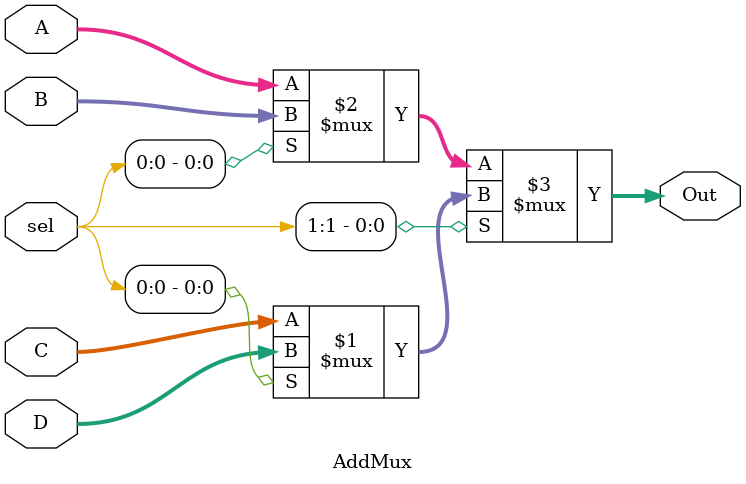
<source format=v>
`timescale 1ns / 1ps

module AddMux(
    input [1:0] sel,
    input [7:0] A,
    input [7:0] B,
    input [7:0] C,
    input [7:0] D,
    output [7:0] Out
    );
    
    assign Out = sel[1] ? (sel[0] ? D : C) : (sel[0] ? B : A);

endmodule
</source>
